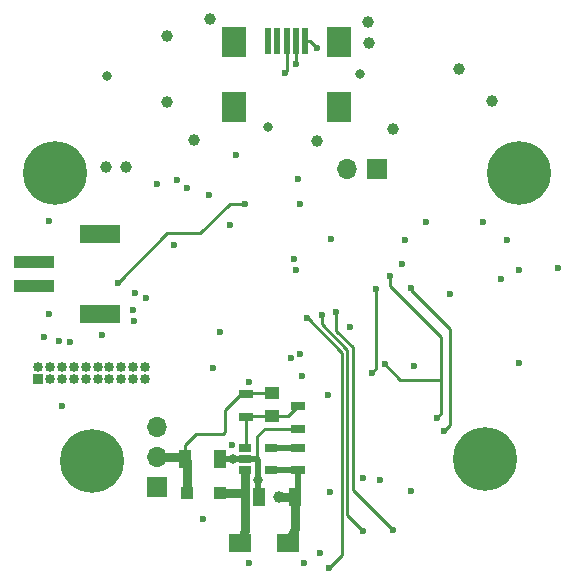
<source format=gbl>
G04 #@! TF.FileFunction,Copper,L4,Bot,Signal*
%FSLAX46Y46*%
G04 Gerber Fmt 4.6, Leading zero omitted, Abs format (unit mm)*
G04 Created by KiCad (PCBNEW 4.0.7) date 03/22/19 21:38:21*
%MOMM*%
%LPD*%
G01*
G04 APERTURE LIST*
%ADD10C,0.100000*%
%ADD11R,1.900000X1.600000*%
%ADD12C,5.400000*%
%ADD13R,1.700000X1.700000*%
%ADD14O,1.700000X1.700000*%
%ADD15R,0.850000X0.850000*%
%ADD16O,0.850000X0.850000*%
%ADD17R,1.000000X1.600000*%
%ADD18R,1.100000X1.100000*%
%ADD19R,3.400000X1.500000*%
%ADD20R,3.500000X1.000000*%
%ADD21R,0.500000X2.300000*%
%ADD22R,2.000000X2.500000*%
%ADD23R,1.300000X0.700000*%
%ADD24R,1.060000X0.650000*%
%ADD25R,1.250000X1.000000*%
%ADD26C,0.800000*%
%ADD27C,0.600000*%
%ADD28C,1.000000*%
%ADD29C,0.500000*%
%ADD30C,0.250000*%
%ADD31C,0.750000*%
G04 APERTURE END LIST*
D10*
D11*
X41290000Y-124622000D03*
X45390000Y-124622000D03*
D12*
X64940000Y-93322000D03*
X62040000Y-117522000D03*
X25640000Y-93322000D03*
X28740000Y-117722000D03*
D13*
X52940000Y-93022000D03*
D14*
X50400000Y-93022000D03*
D15*
X24240000Y-110722000D03*
D16*
X24240000Y-109722000D03*
X25240000Y-110722000D03*
X25240000Y-109722000D03*
X26240000Y-110722000D03*
X26240000Y-109722000D03*
X27240000Y-110722000D03*
X27240000Y-109722000D03*
X28240000Y-110722000D03*
X28240000Y-109722000D03*
X29240000Y-110722000D03*
X29240000Y-109722000D03*
X30240000Y-110722000D03*
X30240000Y-109722000D03*
X31240000Y-110722000D03*
X31240000Y-109722000D03*
X32240000Y-110722000D03*
X32240000Y-109722000D03*
X33240000Y-110722000D03*
X33240000Y-109722000D03*
D17*
X36640000Y-117522000D03*
X39640000Y-117522000D03*
X45940000Y-120722000D03*
X42940000Y-120722000D03*
D18*
X36840000Y-120422000D03*
X39640000Y-120422000D03*
D19*
X29440000Y-98522000D03*
D20*
X23890000Y-100872000D03*
X23890000Y-102872000D03*
D19*
X29440000Y-105222000D03*
D21*
X46840000Y-82122000D03*
X46040000Y-82122000D03*
X45240000Y-82122000D03*
X44440000Y-82122000D03*
X43640000Y-82122000D03*
D22*
X49690000Y-82222000D03*
X49690000Y-87722000D03*
X40790000Y-82222000D03*
X40790000Y-87722000D03*
D13*
X34240000Y-119922000D03*
D14*
X34240000Y-117382000D03*
X34240000Y-114842000D03*
D23*
X46240000Y-118472000D03*
X46240000Y-116572000D03*
D24*
X41740000Y-118472000D03*
X41740000Y-117522000D03*
X41740000Y-116572000D03*
X43940000Y-116572000D03*
X43940000Y-118472000D03*
D23*
X41840000Y-113972000D03*
X41840000Y-112072000D03*
X46240000Y-113072000D03*
X46240000Y-114972000D03*
D25*
X44040000Y-113922000D03*
X44040000Y-111922000D03*
D26*
X40740000Y-117522000D03*
X42840000Y-119322000D03*
D27*
X46540000Y-110522000D03*
X29640000Y-107022000D03*
X40640000Y-116322000D03*
X40440000Y-97722000D03*
X46040000Y-101522000D03*
X40940000Y-91822000D03*
X34240000Y-94222000D03*
X48940000Y-120322000D03*
X51740000Y-119122000D03*
X48740000Y-112122000D03*
D26*
X43640000Y-89422000D03*
D27*
X46240000Y-93822000D03*
D28*
X35140000Y-87322000D03*
X29940000Y-92822000D03*
X35140000Y-81722000D03*
D27*
X55768000Y-120266000D03*
D28*
X52240000Y-82322000D03*
X62640000Y-87222000D03*
X54240000Y-89622000D03*
D27*
X39570000Y-106758000D03*
X32440000Y-103522000D03*
X64948000Y-109414000D03*
X56058000Y-109668000D03*
X25092000Y-97360000D03*
X25092000Y-105234000D03*
X59106000Y-103572000D03*
X55042000Y-101032000D03*
X55296000Y-99000000D03*
X57074000Y-97476000D03*
X63932000Y-99000000D03*
X61900000Y-97476000D03*
X63424000Y-102302000D03*
X47840000Y-82722000D03*
D26*
X51440000Y-84922000D03*
D28*
X47840000Y-90622000D03*
X37440000Y-90522000D03*
X44640000Y-120722000D03*
D27*
X42040000Y-111022000D03*
X38140000Y-122622000D03*
X39040000Y-109822000D03*
X48040000Y-125522000D03*
X45840000Y-100622000D03*
X49040000Y-98922000D03*
X68184000Y-101322000D03*
X64940000Y-101522000D03*
X33340000Y-103922000D03*
X38640000Y-95222000D03*
X50640000Y-106322000D03*
D26*
X30040000Y-85122000D03*
D28*
X31640000Y-92822000D03*
D27*
X53140000Y-119322000D03*
X42040000Y-126332000D03*
D28*
X38740000Y-80322000D03*
X52140000Y-80522000D03*
D27*
X46340000Y-95922000D03*
D28*
X59840000Y-84522000D03*
D27*
X46940000Y-105622000D03*
X48840000Y-126722000D03*
X51740000Y-123622000D03*
X48240000Y-105322000D03*
X49440000Y-105122000D03*
X54240000Y-123522000D03*
X46040000Y-84122000D03*
X45140000Y-84822000D03*
X26240000Y-113022000D03*
X45640000Y-109022000D03*
X46340000Y-108622000D03*
X52840000Y-103122000D03*
X52440000Y-110222000D03*
X55740000Y-103022000D03*
X58540000Y-115122000D03*
X53540000Y-109522000D03*
X54040000Y-102022000D03*
X57940000Y-114022000D03*
X26940000Y-107622000D03*
X35740000Y-99422000D03*
X25940000Y-107522000D03*
X36840000Y-94622000D03*
X35940000Y-93922000D03*
X24740000Y-107222000D03*
X41740000Y-95922000D03*
X30940000Y-102622000D03*
X32240000Y-104922000D03*
X32340000Y-105822000D03*
X46742000Y-126332000D03*
D29*
X40740000Y-117522000D02*
X40640000Y-117522000D01*
D30*
X46240000Y-114972000D02*
X43390000Y-114972000D01*
X42740000Y-115622000D02*
X42740000Y-117522000D01*
X43390000Y-114972000D02*
X42740000Y-115622000D01*
D29*
X41740000Y-117522000D02*
X40640000Y-117522000D01*
X40640000Y-117522000D02*
X39640000Y-117522000D01*
X41740000Y-117522000D02*
X42740000Y-117522000D01*
X42840000Y-117622000D02*
X42840000Y-119322000D01*
X42840000Y-119322000D02*
X42840000Y-120622000D01*
X42740000Y-117522000D02*
X42840000Y-117622000D01*
X42840000Y-120622000D02*
X42940000Y-120722000D01*
D30*
X47240000Y-82122000D02*
X46840000Y-82122000D01*
X47840000Y-82722000D02*
X47240000Y-82122000D01*
D31*
X45940000Y-120722000D02*
X44640000Y-120722000D01*
D29*
X43940000Y-118472000D02*
X46240000Y-118472000D01*
D31*
X45940000Y-120722000D02*
X45940000Y-123472000D01*
X45940000Y-123472000D02*
X45390000Y-124622000D01*
D29*
X46240000Y-118472000D02*
X46240000Y-120422000D01*
X46240000Y-120422000D02*
X45940000Y-120722000D01*
D30*
X47040000Y-105622000D02*
X46940000Y-105622000D01*
X49940000Y-108522000D02*
X47040000Y-105622000D01*
X49940000Y-125622000D02*
X49940000Y-108522000D01*
X48840000Y-126722000D02*
X49940000Y-125622000D01*
X51740000Y-123622000D02*
X50390002Y-122272002D01*
X50390002Y-122272002D02*
X50390002Y-108272002D01*
X50390002Y-108272002D02*
X48240000Y-106122000D01*
X48240000Y-106122000D02*
X48240000Y-105322000D01*
X49440000Y-106685602D02*
X49440000Y-105122000D01*
X50840004Y-108085606D02*
X49440000Y-106685602D01*
X50840004Y-120122004D02*
X50840004Y-108085606D01*
X54240000Y-123522000D02*
X50840004Y-120122004D01*
X46040000Y-82122000D02*
X46040000Y-84122000D01*
X45240000Y-84722000D02*
X45240000Y-82122000D01*
X45140000Y-84822000D02*
X45240000Y-84722000D01*
X52840000Y-109822000D02*
X52840000Y-103122000D01*
X52440000Y-110222000D02*
X52840000Y-109822000D01*
X55740000Y-103222000D02*
X55740000Y-103022000D01*
X59040000Y-106522000D02*
X55740000Y-103222000D01*
X59040000Y-114622000D02*
X59040000Y-106522000D01*
X58540000Y-115122000D02*
X59040000Y-114622000D01*
X58340000Y-110822000D02*
X58340000Y-110622000D01*
X54840000Y-110822000D02*
X58340000Y-110822000D01*
X53540000Y-109522000D02*
X54840000Y-110822000D01*
X54040000Y-102922000D02*
X54040000Y-102022000D01*
X58340000Y-107222000D02*
X54040000Y-102922000D01*
X58340000Y-113622000D02*
X58340000Y-110622000D01*
X58340000Y-110622000D02*
X58340000Y-107222000D01*
X57940000Y-114022000D02*
X58340000Y-113622000D01*
X40440000Y-95922000D02*
X41740000Y-95922000D01*
X37940000Y-98422000D02*
X40440000Y-95922000D01*
X35140000Y-98422000D02*
X37940000Y-98422000D01*
X30940000Y-102622000D02*
X35140000Y-98422000D01*
D31*
X34240000Y-117382000D02*
X36500000Y-117382000D01*
X36500000Y-117382000D02*
X36640000Y-117522000D01*
D30*
X41840000Y-112072000D02*
X41390000Y-112072000D01*
X41390000Y-112072000D02*
X40040000Y-113422000D01*
X36640000Y-116322000D02*
X36640000Y-117522000D01*
X37540000Y-115422000D02*
X36640000Y-116322000D01*
X39840000Y-115422000D02*
X37540000Y-115422000D01*
X40040000Y-115222000D02*
X39840000Y-115422000D01*
X40040000Y-113422000D02*
X40040000Y-115222000D01*
X44040000Y-111922000D02*
X41990000Y-111922000D01*
X41990000Y-111922000D02*
X41840000Y-112072000D01*
D31*
X36840000Y-120422000D02*
X36840000Y-117722000D01*
X36840000Y-117722000D02*
X36640000Y-117522000D01*
X39640000Y-120422000D02*
X41740000Y-120422000D01*
X41740000Y-120422000D02*
X41640000Y-120422000D01*
X41640000Y-120422000D02*
X41740000Y-120422000D01*
X41740000Y-118472000D02*
X41740000Y-120422000D01*
X41740000Y-120422000D02*
X41740000Y-123572000D01*
X41740000Y-123572000D02*
X41290000Y-124622000D01*
D29*
X43940000Y-116572000D02*
X46240000Y-116572000D01*
D30*
X41840000Y-113972000D02*
X41840000Y-116472000D01*
X41840000Y-116472000D02*
X41740000Y-116572000D01*
X44040000Y-113922000D02*
X41890000Y-113922000D01*
X41890000Y-113922000D02*
X41840000Y-113972000D01*
X46240000Y-113072000D02*
X46190000Y-113072000D01*
X46190000Y-113072000D02*
X45340000Y-113922000D01*
X45340000Y-113922000D02*
X44040000Y-113922000D01*
M02*

</source>
